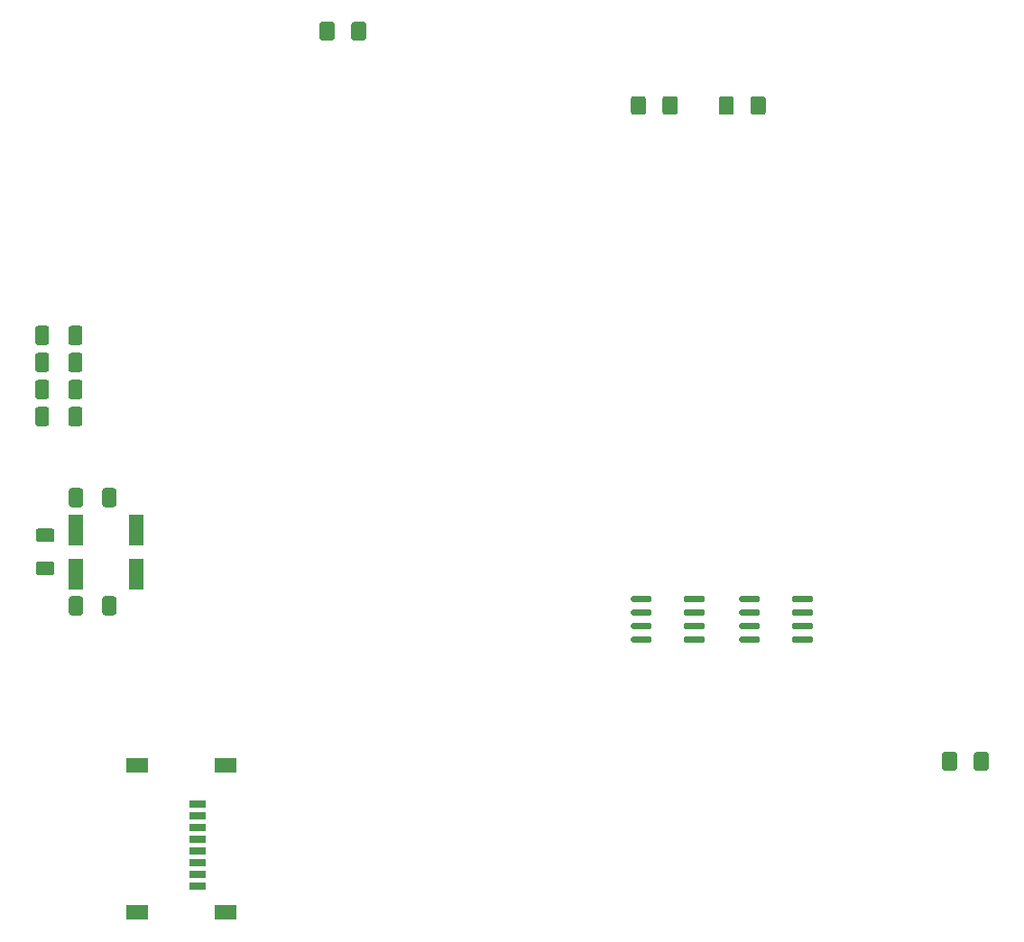
<source format=gbr>
%TF.GenerationSoftware,KiCad,Pcbnew,5.1.9*%
%TF.CreationDate,2021-01-12T21:48:28+01:00*%
%TF.ProjectId,pcb_motherboard_dev,7063625f-6d6f-4746-9865-72626f617264,rev?*%
%TF.SameCoordinates,Original*%
%TF.FileFunction,Paste,Top*%
%TF.FilePolarity,Positive*%
%FSLAX46Y46*%
G04 Gerber Fmt 4.6, Leading zero omitted, Abs format (unit mm)*
G04 Created by KiCad (PCBNEW 5.1.9) date 2021-01-12 21:48:28*
%MOMM*%
%LPD*%
G01*
G04 APERTURE LIST*
%ADD10R,1.500000X0.800000*%
%ADD11R,2.000000X1.450000*%
%ADD12R,1.430000X2.850000*%
G04 APERTURE END LIST*
%TO.C,U13*%
G36*
G01*
X137048399Y-114251429D02*
X137048399Y-113951429D01*
G75*
G02*
X137198399Y-113801429I150000J0D01*
G01*
X138848399Y-113801429D01*
G75*
G02*
X138998399Y-113951429I0J-150000D01*
G01*
X138998399Y-114251429D01*
G75*
G02*
X138848399Y-114401429I-150000J0D01*
G01*
X137198399Y-114401429D01*
G75*
G02*
X137048399Y-114251429I0J150000D01*
G01*
G37*
G36*
G01*
X137048399Y-115521429D02*
X137048399Y-115221429D01*
G75*
G02*
X137198399Y-115071429I150000J0D01*
G01*
X138848399Y-115071429D01*
G75*
G02*
X138998399Y-115221429I0J-150000D01*
G01*
X138998399Y-115521429D01*
G75*
G02*
X138848399Y-115671429I-150000J0D01*
G01*
X137198399Y-115671429D01*
G75*
G02*
X137048399Y-115521429I0J150000D01*
G01*
G37*
G36*
G01*
X137048399Y-116791429D02*
X137048399Y-116491429D01*
G75*
G02*
X137198399Y-116341429I150000J0D01*
G01*
X138848399Y-116341429D01*
G75*
G02*
X138998399Y-116491429I0J-150000D01*
G01*
X138998399Y-116791429D01*
G75*
G02*
X138848399Y-116941429I-150000J0D01*
G01*
X137198399Y-116941429D01*
G75*
G02*
X137048399Y-116791429I0J150000D01*
G01*
G37*
G36*
G01*
X137048399Y-118061429D02*
X137048399Y-117761429D01*
G75*
G02*
X137198399Y-117611429I150000J0D01*
G01*
X138848399Y-117611429D01*
G75*
G02*
X138998399Y-117761429I0J-150000D01*
G01*
X138998399Y-118061429D01*
G75*
G02*
X138848399Y-118211429I-150000J0D01*
G01*
X137198399Y-118211429D01*
G75*
G02*
X137048399Y-118061429I0J150000D01*
G01*
G37*
G36*
G01*
X132098399Y-118061429D02*
X132098399Y-117761429D01*
G75*
G02*
X132248399Y-117611429I150000J0D01*
G01*
X133898399Y-117611429D01*
G75*
G02*
X134048399Y-117761429I0J-150000D01*
G01*
X134048399Y-118061429D01*
G75*
G02*
X133898399Y-118211429I-150000J0D01*
G01*
X132248399Y-118211429D01*
G75*
G02*
X132098399Y-118061429I0J150000D01*
G01*
G37*
G36*
G01*
X132098399Y-116791429D02*
X132098399Y-116491429D01*
G75*
G02*
X132248399Y-116341429I150000J0D01*
G01*
X133898399Y-116341429D01*
G75*
G02*
X134048399Y-116491429I0J-150000D01*
G01*
X134048399Y-116791429D01*
G75*
G02*
X133898399Y-116941429I-150000J0D01*
G01*
X132248399Y-116941429D01*
G75*
G02*
X132098399Y-116791429I0J150000D01*
G01*
G37*
G36*
G01*
X132098399Y-115521429D02*
X132098399Y-115221429D01*
G75*
G02*
X132248399Y-115071429I150000J0D01*
G01*
X133898399Y-115071429D01*
G75*
G02*
X134048399Y-115221429I0J-150000D01*
G01*
X134048399Y-115521429D01*
G75*
G02*
X133898399Y-115671429I-150000J0D01*
G01*
X132248399Y-115671429D01*
G75*
G02*
X132098399Y-115521429I0J150000D01*
G01*
G37*
G36*
G01*
X132098399Y-114251429D02*
X132098399Y-113951429D01*
G75*
G02*
X132248399Y-113801429I150000J0D01*
G01*
X133898399Y-113801429D01*
G75*
G02*
X134048399Y-113951429I0J-150000D01*
G01*
X134048399Y-114251429D01*
G75*
G02*
X133898399Y-114401429I-150000J0D01*
G01*
X132248399Y-114401429D01*
G75*
G02*
X132098399Y-114251429I0J150000D01*
G01*
G37*
%TD*%
%TO.C,D11*%
G36*
G01*
X95683399Y-61386429D02*
X95683399Y-60136429D01*
G75*
G02*
X95933399Y-59886429I250000J0D01*
G01*
X96858399Y-59886429D01*
G75*
G02*
X97108399Y-60136429I0J-250000D01*
G01*
X97108399Y-61386429D01*
G75*
G02*
X96858399Y-61636429I-250000J0D01*
G01*
X95933399Y-61636429D01*
G75*
G02*
X95683399Y-61386429I0J250000D01*
G01*
G37*
G36*
G01*
X92708399Y-61386429D02*
X92708399Y-60136429D01*
G75*
G02*
X92958399Y-59886429I250000J0D01*
G01*
X93883399Y-59886429D01*
G75*
G02*
X94133399Y-60136429I0J-250000D01*
G01*
X94133399Y-61386429D01*
G75*
G02*
X93883399Y-61636429I-250000J0D01*
G01*
X92958399Y-61636429D01*
G75*
G02*
X92708399Y-61386429I0J250000D01*
G01*
G37*
%TD*%
%TO.C,U11*%
G36*
G01*
X126888399Y-114251429D02*
X126888399Y-113951429D01*
G75*
G02*
X127038399Y-113801429I150000J0D01*
G01*
X128688399Y-113801429D01*
G75*
G02*
X128838399Y-113951429I0J-150000D01*
G01*
X128838399Y-114251429D01*
G75*
G02*
X128688399Y-114401429I-150000J0D01*
G01*
X127038399Y-114401429D01*
G75*
G02*
X126888399Y-114251429I0J150000D01*
G01*
G37*
G36*
G01*
X126888399Y-115521429D02*
X126888399Y-115221429D01*
G75*
G02*
X127038399Y-115071429I150000J0D01*
G01*
X128688399Y-115071429D01*
G75*
G02*
X128838399Y-115221429I0J-150000D01*
G01*
X128838399Y-115521429D01*
G75*
G02*
X128688399Y-115671429I-150000J0D01*
G01*
X127038399Y-115671429D01*
G75*
G02*
X126888399Y-115521429I0J150000D01*
G01*
G37*
G36*
G01*
X126888399Y-116791429D02*
X126888399Y-116491429D01*
G75*
G02*
X127038399Y-116341429I150000J0D01*
G01*
X128688399Y-116341429D01*
G75*
G02*
X128838399Y-116491429I0J-150000D01*
G01*
X128838399Y-116791429D01*
G75*
G02*
X128688399Y-116941429I-150000J0D01*
G01*
X127038399Y-116941429D01*
G75*
G02*
X126888399Y-116791429I0J150000D01*
G01*
G37*
G36*
G01*
X126888399Y-118061429D02*
X126888399Y-117761429D01*
G75*
G02*
X127038399Y-117611429I150000J0D01*
G01*
X128688399Y-117611429D01*
G75*
G02*
X128838399Y-117761429I0J-150000D01*
G01*
X128838399Y-118061429D01*
G75*
G02*
X128688399Y-118211429I-150000J0D01*
G01*
X127038399Y-118211429D01*
G75*
G02*
X126888399Y-118061429I0J150000D01*
G01*
G37*
G36*
G01*
X121938399Y-118061429D02*
X121938399Y-117761429D01*
G75*
G02*
X122088399Y-117611429I150000J0D01*
G01*
X123738399Y-117611429D01*
G75*
G02*
X123888399Y-117761429I0J-150000D01*
G01*
X123888399Y-118061429D01*
G75*
G02*
X123738399Y-118211429I-150000J0D01*
G01*
X122088399Y-118211429D01*
G75*
G02*
X121938399Y-118061429I0J150000D01*
G01*
G37*
G36*
G01*
X121938399Y-116791429D02*
X121938399Y-116491429D01*
G75*
G02*
X122088399Y-116341429I150000J0D01*
G01*
X123738399Y-116341429D01*
G75*
G02*
X123888399Y-116491429I0J-150000D01*
G01*
X123888399Y-116791429D01*
G75*
G02*
X123738399Y-116941429I-150000J0D01*
G01*
X122088399Y-116941429D01*
G75*
G02*
X121938399Y-116791429I0J150000D01*
G01*
G37*
G36*
G01*
X121938399Y-115521429D02*
X121938399Y-115221429D01*
G75*
G02*
X122088399Y-115071429I150000J0D01*
G01*
X123738399Y-115071429D01*
G75*
G02*
X123888399Y-115221429I0J-150000D01*
G01*
X123888399Y-115521429D01*
G75*
G02*
X123738399Y-115671429I-150000J0D01*
G01*
X122088399Y-115671429D01*
G75*
G02*
X121938399Y-115521429I0J150000D01*
G01*
G37*
G36*
G01*
X121938399Y-114251429D02*
X121938399Y-113951429D01*
G75*
G02*
X122088399Y-113801429I150000J0D01*
G01*
X123738399Y-113801429D01*
G75*
G02*
X123888399Y-113951429I0J-150000D01*
G01*
X123888399Y-114251429D01*
G75*
G02*
X123738399Y-114401429I-150000J0D01*
G01*
X122088399Y-114401429D01*
G75*
G02*
X121938399Y-114251429I0J150000D01*
G01*
G37*
%TD*%
D10*
%TO.C,J8*%
X81263399Y-135596429D03*
X81263399Y-134496429D03*
X81263399Y-133396429D03*
X81263399Y-141096429D03*
X81263399Y-139996429D03*
X81263399Y-138896429D03*
X81263399Y-137796429D03*
X81263399Y-136696429D03*
D11*
X75563399Y-129726429D03*
X75563399Y-143476429D03*
X83863399Y-129726429D03*
X83863399Y-143476429D03*
%TD*%
%TO.C,D10*%
G36*
G01*
X154103399Y-129966429D02*
X154103399Y-128716429D01*
G75*
G02*
X154353399Y-128466429I250000J0D01*
G01*
X155278399Y-128466429D01*
G75*
G02*
X155528399Y-128716429I0J-250000D01*
G01*
X155528399Y-129966429D01*
G75*
G02*
X155278399Y-130216429I-250000J0D01*
G01*
X154353399Y-130216429D01*
G75*
G02*
X154103399Y-129966429I0J250000D01*
G01*
G37*
G36*
G01*
X151128399Y-129966429D02*
X151128399Y-128716429D01*
G75*
G02*
X151378399Y-128466429I250000J0D01*
G01*
X152303399Y-128466429D01*
G75*
G02*
X152553399Y-128716429I0J-250000D01*
G01*
X152553399Y-129966429D01*
G75*
G02*
X152303399Y-130216429I-250000J0D01*
G01*
X151378399Y-130216429D01*
G75*
G02*
X151128399Y-129966429I0J250000D01*
G01*
G37*
%TD*%
%TO.C,D8*%
G36*
G01*
X124893399Y-68371429D02*
X124893399Y-67121429D01*
G75*
G02*
X125143399Y-66871429I250000J0D01*
G01*
X126068399Y-66871429D01*
G75*
G02*
X126318399Y-67121429I0J-250000D01*
G01*
X126318399Y-68371429D01*
G75*
G02*
X126068399Y-68621429I-250000J0D01*
G01*
X125143399Y-68621429D01*
G75*
G02*
X124893399Y-68371429I0J250000D01*
G01*
G37*
G36*
G01*
X121918399Y-68371429D02*
X121918399Y-67121429D01*
G75*
G02*
X122168399Y-66871429I250000J0D01*
G01*
X123093399Y-66871429D01*
G75*
G02*
X123343399Y-67121429I0J-250000D01*
G01*
X123343399Y-68371429D01*
G75*
G02*
X123093399Y-68621429I-250000J0D01*
G01*
X122168399Y-68621429D01*
G75*
G02*
X121918399Y-68371429I0J250000D01*
G01*
G37*
%TD*%
%TO.C,D7*%
G36*
G01*
X131598399Y-67121429D02*
X131598399Y-68371429D01*
G75*
G02*
X131348399Y-68621429I-250000J0D01*
G01*
X130423399Y-68621429D01*
G75*
G02*
X130173399Y-68371429I0J250000D01*
G01*
X130173399Y-67121429D01*
G75*
G02*
X130423399Y-66871429I250000J0D01*
G01*
X131348399Y-66871429D01*
G75*
G02*
X131598399Y-67121429I0J-250000D01*
G01*
G37*
G36*
G01*
X134573399Y-67121429D02*
X134573399Y-68371429D01*
G75*
G02*
X134323399Y-68621429I-250000J0D01*
G01*
X133398399Y-68621429D01*
G75*
G02*
X133148399Y-68371429I0J250000D01*
G01*
X133148399Y-67121429D01*
G75*
G02*
X133398399Y-66871429I250000J0D01*
G01*
X134323399Y-66871429D01*
G75*
G02*
X134573399Y-67121429I0J-250000D01*
G01*
G37*
%TD*%
%TO.C,C20*%
G36*
G01*
X69138399Y-89986432D02*
X69138399Y-88686426D01*
G75*
G02*
X69388396Y-88436429I249997J0D01*
G01*
X70213402Y-88436429D01*
G75*
G02*
X70463399Y-88686426I0J-249997D01*
G01*
X70463399Y-89986432D01*
G75*
G02*
X70213402Y-90236429I-249997J0D01*
G01*
X69388396Y-90236429D01*
G75*
G02*
X69138399Y-89986432I0J249997D01*
G01*
G37*
G36*
G01*
X66013399Y-89986432D02*
X66013399Y-88686426D01*
G75*
G02*
X66263396Y-88436429I249997J0D01*
G01*
X67088402Y-88436429D01*
G75*
G02*
X67338399Y-88686426I0J-249997D01*
G01*
X67338399Y-89986432D01*
G75*
G02*
X67088402Y-90236429I-249997J0D01*
G01*
X66263396Y-90236429D01*
G75*
G02*
X66013399Y-89986432I0J249997D01*
G01*
G37*
%TD*%
%TO.C,C16*%
G36*
G01*
X69138399Y-92526432D02*
X69138399Y-91226426D01*
G75*
G02*
X69388396Y-90976429I249997J0D01*
G01*
X70213402Y-90976429D01*
G75*
G02*
X70463399Y-91226426I0J-249997D01*
G01*
X70463399Y-92526432D01*
G75*
G02*
X70213402Y-92776429I-249997J0D01*
G01*
X69388396Y-92776429D01*
G75*
G02*
X69138399Y-92526432I0J249997D01*
G01*
G37*
G36*
G01*
X66013399Y-92526432D02*
X66013399Y-91226426D01*
G75*
G02*
X66263396Y-90976429I249997J0D01*
G01*
X67088402Y-90976429D01*
G75*
G02*
X67338399Y-91226426I0J-249997D01*
G01*
X67338399Y-92526432D01*
G75*
G02*
X67088402Y-92776429I-249997J0D01*
G01*
X66263396Y-92776429D01*
G75*
G02*
X66013399Y-92526432I0J249997D01*
G01*
G37*
%TD*%
D12*
%TO.C,Y1*%
X69868399Y-107581429D03*
X75498399Y-107581429D03*
X75498399Y-111731429D03*
X69868399Y-111731429D03*
%TD*%
%TO.C,C14*%
G36*
G01*
X66013399Y-95066432D02*
X66013399Y-93766426D01*
G75*
G02*
X66263396Y-93516429I249997J0D01*
G01*
X67088402Y-93516429D01*
G75*
G02*
X67338399Y-93766426I0J-249997D01*
G01*
X67338399Y-95066432D01*
G75*
G02*
X67088402Y-95316429I-249997J0D01*
G01*
X66263396Y-95316429D01*
G75*
G02*
X66013399Y-95066432I0J249997D01*
G01*
G37*
G36*
G01*
X69138399Y-95066432D02*
X69138399Y-93766426D01*
G75*
G02*
X69388396Y-93516429I249997J0D01*
G01*
X70213402Y-93516429D01*
G75*
G02*
X70463399Y-93766426I0J-249997D01*
G01*
X70463399Y-95066432D01*
G75*
G02*
X70213402Y-95316429I-249997J0D01*
G01*
X69388396Y-95316429D01*
G75*
G02*
X69138399Y-95066432I0J249997D01*
G01*
G37*
%TD*%
%TO.C,C15*%
G36*
G01*
X69138399Y-97606432D02*
X69138399Y-96306426D01*
G75*
G02*
X69388396Y-96056429I249997J0D01*
G01*
X70213402Y-96056429D01*
G75*
G02*
X70463399Y-96306426I0J-249997D01*
G01*
X70463399Y-97606432D01*
G75*
G02*
X70213402Y-97856429I-249997J0D01*
G01*
X69388396Y-97856429D01*
G75*
G02*
X69138399Y-97606432I0J249997D01*
G01*
G37*
G36*
G01*
X66013399Y-97606432D02*
X66013399Y-96306426D01*
G75*
G02*
X66263396Y-96056429I249997J0D01*
G01*
X67088402Y-96056429D01*
G75*
G02*
X67338399Y-96306426I0J-249997D01*
G01*
X67338399Y-97606432D01*
G75*
G02*
X67088402Y-97856429I-249997J0D01*
G01*
X66263396Y-97856429D01*
G75*
G02*
X66013399Y-97606432I0J249997D01*
G01*
G37*
%TD*%
%TO.C,C18*%
G36*
G01*
X73638399Y-103926426D02*
X73638399Y-105226432D01*
G75*
G02*
X73388402Y-105476429I-249997J0D01*
G01*
X72563396Y-105476429D01*
G75*
G02*
X72313399Y-105226432I0J249997D01*
G01*
X72313399Y-103926426D01*
G75*
G02*
X72563396Y-103676429I249997J0D01*
G01*
X73388402Y-103676429D01*
G75*
G02*
X73638399Y-103926426I0J-249997D01*
G01*
G37*
G36*
G01*
X70513399Y-103926426D02*
X70513399Y-105226432D01*
G75*
G02*
X70263402Y-105476429I-249997J0D01*
G01*
X69438396Y-105476429D01*
G75*
G02*
X69188399Y-105226432I0J249997D01*
G01*
X69188399Y-103926426D01*
G75*
G02*
X69438396Y-103676429I249997J0D01*
G01*
X70263402Y-103676429D01*
G75*
G02*
X70513399Y-103926426I0J-249997D01*
G01*
G37*
%TD*%
%TO.C,C19*%
G36*
G01*
X69188399Y-115386432D02*
X69188399Y-114086426D01*
G75*
G02*
X69438396Y-113836429I249997J0D01*
G01*
X70263402Y-113836429D01*
G75*
G02*
X70513399Y-114086426I0J-249997D01*
G01*
X70513399Y-115386432D01*
G75*
G02*
X70263402Y-115636429I-249997J0D01*
G01*
X69438396Y-115636429D01*
G75*
G02*
X69188399Y-115386432I0J249997D01*
G01*
G37*
G36*
G01*
X72313399Y-115386432D02*
X72313399Y-114086426D01*
G75*
G02*
X72563396Y-113836429I249997J0D01*
G01*
X73388402Y-113836429D01*
G75*
G02*
X73638399Y-114086426I0J-249997D01*
G01*
X73638399Y-115386432D01*
G75*
G02*
X73388402Y-115636429I-249997J0D01*
G01*
X72563396Y-115636429D01*
G75*
G02*
X72313399Y-115386432I0J249997D01*
G01*
G37*
%TD*%
%TO.C,R37*%
G36*
G01*
X67593400Y-108756429D02*
X66343398Y-108756429D01*
G75*
G02*
X66093399Y-108506430I0J249999D01*
G01*
X66093399Y-107706428D01*
G75*
G02*
X66343398Y-107456429I249999J0D01*
G01*
X67593400Y-107456429D01*
G75*
G02*
X67843399Y-107706428I0J-249999D01*
G01*
X67843399Y-108506430D01*
G75*
G02*
X67593400Y-108756429I-249999J0D01*
G01*
G37*
G36*
G01*
X67593400Y-111856429D02*
X66343398Y-111856429D01*
G75*
G02*
X66093399Y-111606430I0J249999D01*
G01*
X66093399Y-110806428D01*
G75*
G02*
X66343398Y-110556429I249999J0D01*
G01*
X67593400Y-110556429D01*
G75*
G02*
X67843399Y-110806428I0J-249999D01*
G01*
X67843399Y-111606430D01*
G75*
G02*
X67593400Y-111856429I-249999J0D01*
G01*
G37*
%TD*%
M02*

</source>
